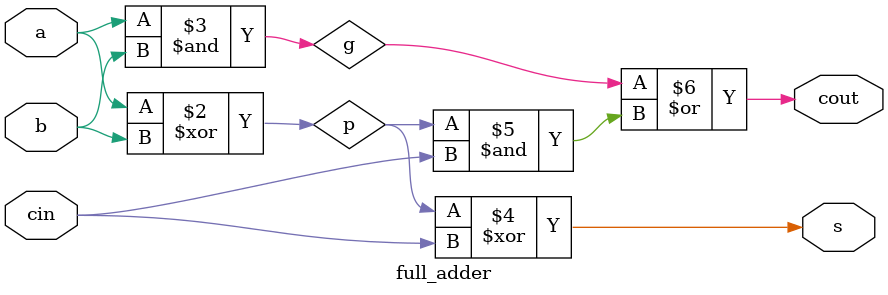
<source format=sv>
module full_adder(a,b,cin, s, cout);
  input logic a,b,cin;
  output logic s, cout;
  logic p,g;

  always_comb begin
    p = a ^ b;
    g = a & b;


    s = p ^cin;
    cout = g | (p & cin);
  end
    
endmodule
</source>
